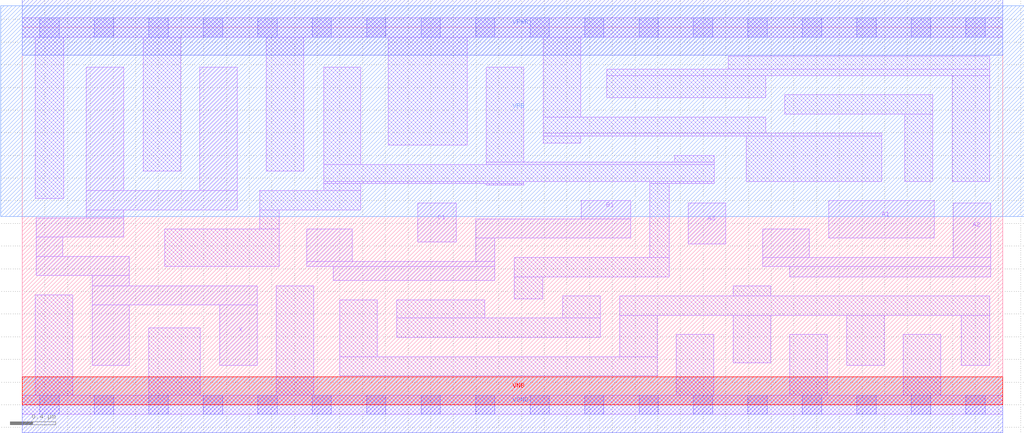
<source format=lef>
# Copyright 2020 The SkyWater PDK Authors
#
# Licensed under the Apache License, Version 2.0 (the "License");
# you may not use this file except in compliance with the License.
# You may obtain a copy of the License at
#
#     https://www.apache.org/licenses/LICENSE-2.0
#
# Unless required by applicable law or agreed to in writing, software
# distributed under the License is distributed on an "AS IS" BASIS,
# WITHOUT WARRANTIES OR CONDITIONS OF ANY KIND, either express or implied.
# See the License for the specific language governing permissions and
# limitations under the License.
#
# SPDX-License-Identifier: Apache-2.0

VERSION 5.7 ;
  NOWIREEXTENSIONATPIN ON ;
  DIVIDERCHAR "/" ;
  BUSBITCHARS "[]" ;
MACRO sky130_fd_sc_ls__o311a_4
  CLASS CORE ;
  FOREIGN sky130_fd_sc_ls__o311a_4 ;
  ORIGIN  0.000000  0.000000 ;
  SIZE  8.640000 BY  3.330000 ;
  SYMMETRY X Y ;
  SITE unit ;
  PIN A1
    ANTENNAGATEAREA  0.492000 ;
    DIRECTION INPUT ;
    USE SIGNAL ;
    PORT
      LAYER li1 ;
        RECT 7.105000 1.470000 8.035000 1.800000 ;
    END
  END A1
  PIN A2
    ANTENNAGATEAREA  0.492000 ;
    DIRECTION INPUT ;
    USE SIGNAL ;
    PORT
      LAYER li1 ;
        RECT 6.525000 1.220000 8.535000 1.300000 ;
        RECT 6.525000 1.300000 6.935000 1.550000 ;
        RECT 6.765000 1.130000 8.535000 1.220000 ;
        RECT 8.205000 1.300000 8.535000 1.780000 ;
    END
  END A2
  PIN A3
    ANTENNAGATEAREA  0.492000 ;
    DIRECTION INPUT ;
    USE SIGNAL ;
    PORT
      LAYER li1 ;
        RECT 5.870000 1.420000 6.200000 1.780000 ;
    END
  END A3
  PIN B1
    ANTENNAGATEAREA  0.492000 ;
    DIRECTION INPUT ;
    USE SIGNAL ;
    PORT
      LAYER li1 ;
        RECT 2.505000 1.220000 4.165000 1.265000 ;
        RECT 2.505000 1.265000 2.910000 1.550000 ;
        RECT 2.740000 1.095000 4.165000 1.220000 ;
        RECT 3.995000 1.265000 4.165000 1.470000 ;
        RECT 3.995000 1.470000 5.360000 1.640000 ;
        RECT 4.925000 1.640000 5.360000 1.800000 ;
    END
  END B1
  PIN C1
    ANTENNAGATEAREA  0.492000 ;
    DIRECTION INPUT ;
    USE SIGNAL ;
    PORT
      LAYER li1 ;
        RECT 3.485000 1.435000 3.825000 1.780000 ;
    END
  END C1
  PIN VNB
    PORT
      LAYER pwell ;
        RECT 0.000000 0.000000 8.640000 0.245000 ;
    END
  END VNB
  PIN VPB
    PORT
      LAYER nwell ;
        RECT -0.190000 1.660000 8.830000 3.520000 ;
    END
  END VPB
  PIN X
    ANTENNADIFFAREA  1.345400 ;
    DIRECTION OUTPUT ;
    USE SIGNAL ;
    PORT
      LAYER li1 ;
        RECT 0.125000 1.140000 0.945000 1.310000 ;
        RECT 0.125000 1.310000 0.355000 1.480000 ;
        RECT 0.125000 1.480000 0.895000 1.650000 ;
        RECT 0.565000 1.650000 0.895000 1.720000 ;
        RECT 0.565000 1.720000 1.895000 1.890000 ;
        RECT 0.565000 1.890000 0.895000 2.980000 ;
        RECT 0.615000 0.350000 0.945000 0.880000 ;
        RECT 0.615000 0.880000 2.070000 1.050000 ;
        RECT 0.615000 1.050000 0.945000 1.140000 ;
        RECT 1.565000 1.890000 1.895000 2.980000 ;
        RECT 1.740000 0.350000 2.070000 0.880000 ;
    END
  END X
  PIN VGND
    DIRECTION INOUT ;
    SHAPE ABUTMENT ;
    USE GROUND ;
    PORT
      LAYER met1 ;
        RECT 0.000000 -0.245000 8.640000 0.245000 ;
    END
  END VGND
  PIN VPWR
    DIRECTION INOUT ;
    SHAPE ABUTMENT ;
    USE POWER ;
    PORT
      LAYER met1 ;
        RECT 0.000000 3.085000 8.640000 3.575000 ;
    END
  END VPWR
  OBS
    LAYER li1 ;
      RECT 0.000000 -0.085000 8.640000 0.085000 ;
      RECT 0.000000  3.245000 8.640000 3.415000 ;
      RECT 0.115000  0.085000 0.445000 0.970000 ;
      RECT 0.115000  1.820000 0.365000 3.245000 ;
      RECT 1.065000  2.060000 1.395000 3.245000 ;
      RECT 1.115000  0.085000 1.570000 0.680000 ;
      RECT 1.255000  1.220000 2.265000 1.550000 ;
      RECT 2.095000  1.550000 2.265000 1.720000 ;
      RECT 2.095000  1.720000 2.985000 1.890000 ;
      RECT 2.150000  2.060000 2.480000 3.245000 ;
      RECT 2.240000  0.085000 2.570000 1.050000 ;
      RECT 2.655000  1.890000 2.985000 1.950000 ;
      RECT 2.655000  1.950000 4.420000 1.970000 ;
      RECT 2.655000  1.970000 6.100000 2.120000 ;
      RECT 2.655000  2.120000 2.985000 2.980000 ;
      RECT 2.800000  0.255000 5.595000 0.425000 ;
      RECT 2.800000  0.425000 3.130000 0.925000 ;
      RECT 3.225000  2.290000 3.920000 3.245000 ;
      RECT 3.300000  0.595000 5.095000 0.765000 ;
      RECT 3.300000  0.765000 4.075000 0.925000 ;
      RECT 4.090000  1.940000 4.420000 1.950000 ;
      RECT 4.090000  2.120000 6.100000 2.140000 ;
      RECT 4.090000  2.140000 4.420000 2.980000 ;
      RECT 4.335000  0.935000 4.585000 1.130000 ;
      RECT 4.335000  1.130000 5.700000 1.300000 ;
      RECT 4.590000  2.310000 4.920000 2.370000 ;
      RECT 4.590000  2.370000 7.575000 2.395000 ;
      RECT 4.590000  2.395000 6.550000 2.540000 ;
      RECT 4.590000  2.540000 4.920000 3.245000 ;
      RECT 4.765000  0.765000 5.095000 0.960000 ;
      RECT 5.150000  2.710000 6.550000 2.905000 ;
      RECT 5.150000  2.905000 8.525000 2.960000 ;
      RECT 5.265000  0.425000 5.595000 0.790000 ;
      RECT 5.265000  0.790000 8.525000 0.960000 ;
      RECT 5.530000  1.300000 5.700000 1.950000 ;
      RECT 5.530000  1.950000 6.100000 1.970000 ;
      RECT 5.750000  2.140000 6.100000 2.200000 ;
      RECT 5.765000  0.085000 6.095000 0.620000 ;
      RECT 6.220000  2.960000 8.525000 3.075000 ;
      RECT 6.265000  0.370000 6.595000 0.790000 ;
      RECT 6.265000  0.960000 6.595000 1.050000 ;
      RECT 6.380000  1.970000 7.575000 2.370000 ;
      RECT 6.720000  2.565000 8.025000 2.735000 ;
      RECT 6.765000  0.085000 7.095000 0.620000 ;
      RECT 7.265000  0.350000 7.595000 0.790000 ;
      RECT 7.765000  0.085000 8.095000 0.620000 ;
      RECT 7.775000  1.970000 8.025000 2.565000 ;
      RECT 8.195000  1.970000 8.525000 2.905000 ;
      RECT 8.275000  0.350000 8.525000 0.790000 ;
    LAYER mcon ;
      RECT 0.155000 -0.085000 0.325000 0.085000 ;
      RECT 0.155000  3.245000 0.325000 3.415000 ;
      RECT 0.635000 -0.085000 0.805000 0.085000 ;
      RECT 0.635000  3.245000 0.805000 3.415000 ;
      RECT 1.115000 -0.085000 1.285000 0.085000 ;
      RECT 1.115000  3.245000 1.285000 3.415000 ;
      RECT 1.595000 -0.085000 1.765000 0.085000 ;
      RECT 1.595000  3.245000 1.765000 3.415000 ;
      RECT 2.075000 -0.085000 2.245000 0.085000 ;
      RECT 2.075000  3.245000 2.245000 3.415000 ;
      RECT 2.555000 -0.085000 2.725000 0.085000 ;
      RECT 2.555000  3.245000 2.725000 3.415000 ;
      RECT 3.035000 -0.085000 3.205000 0.085000 ;
      RECT 3.035000  3.245000 3.205000 3.415000 ;
      RECT 3.515000 -0.085000 3.685000 0.085000 ;
      RECT 3.515000  3.245000 3.685000 3.415000 ;
      RECT 3.995000 -0.085000 4.165000 0.085000 ;
      RECT 3.995000  3.245000 4.165000 3.415000 ;
      RECT 4.475000 -0.085000 4.645000 0.085000 ;
      RECT 4.475000  3.245000 4.645000 3.415000 ;
      RECT 4.955000 -0.085000 5.125000 0.085000 ;
      RECT 4.955000  3.245000 5.125000 3.415000 ;
      RECT 5.435000 -0.085000 5.605000 0.085000 ;
      RECT 5.435000  3.245000 5.605000 3.415000 ;
      RECT 5.915000 -0.085000 6.085000 0.085000 ;
      RECT 5.915000  3.245000 6.085000 3.415000 ;
      RECT 6.395000 -0.085000 6.565000 0.085000 ;
      RECT 6.395000  3.245000 6.565000 3.415000 ;
      RECT 6.875000 -0.085000 7.045000 0.085000 ;
      RECT 6.875000  3.245000 7.045000 3.415000 ;
      RECT 7.355000 -0.085000 7.525000 0.085000 ;
      RECT 7.355000  3.245000 7.525000 3.415000 ;
      RECT 7.835000 -0.085000 8.005000 0.085000 ;
      RECT 7.835000  3.245000 8.005000 3.415000 ;
      RECT 8.315000 -0.085000 8.485000 0.085000 ;
      RECT 8.315000  3.245000 8.485000 3.415000 ;
  END
END sky130_fd_sc_ls__o311a_4
END LIBRARY

</source>
